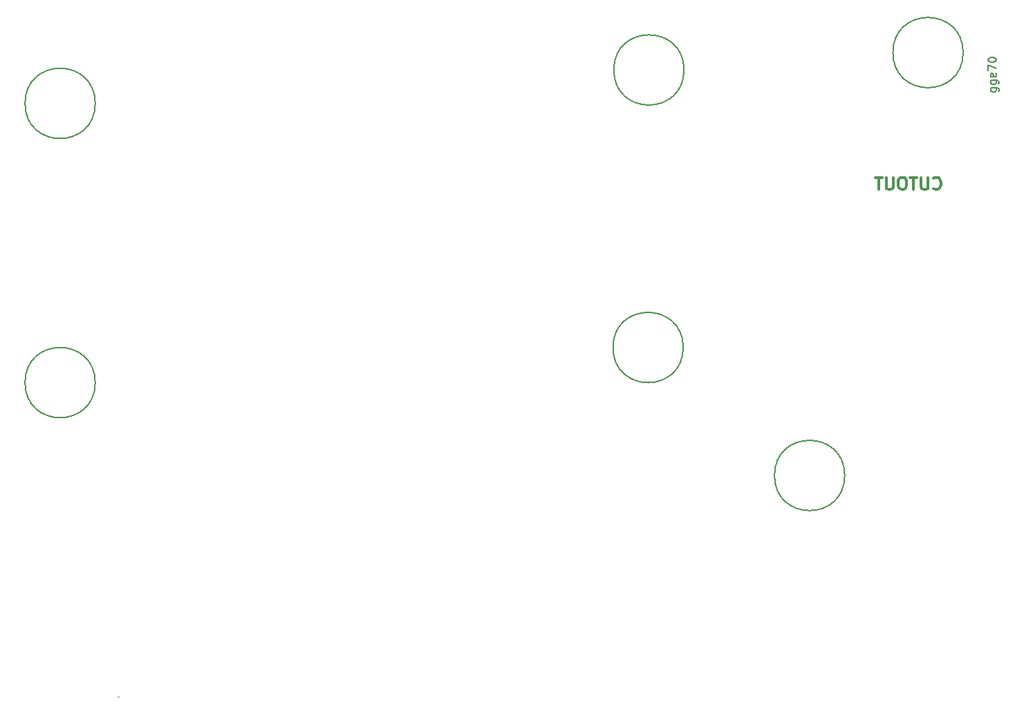
<source format=gbr>
G04 #@! TF.GenerationSoftware,KiCad,Pcbnew,(5.99.0-8557-g8988e46ab1)*
G04 #@! TF.CreationDate,2021-02-20T09:48:14-07:00*
G04 #@! TF.ProjectId,BlueSof,426c7565-536f-4662-9e6b-696361645f70,rev?*
G04 #@! TF.SameCoordinates,PX85099e0PY51bada0*
G04 #@! TF.FileFunction,Other,Comment*
%FSLAX46Y46*%
G04 Gerber Fmt 4.6, Leading zero omitted, Abs format (unit mm)*
G04 Created by KiCad (PCBNEW (5.99.0-8557-g8988e46ab1)) date 2021-02-20 09:48:14*
%MOMM*%
%LPD*%
G01*
G04 APERTURE LIST*
%ADD10C,0.100000*%
%ADD11C,0.300000*%
%ADD12C,0.150000*%
G04 APERTURE END LIST*
D10*
X-28568573Y-52477449D02*
X-28419453Y-52487449D01*
D11*
X71308714Y9764286D02*
X71380142Y9692858D01*
X71594428Y9621429D01*
X71737285Y9621429D01*
X71951571Y9692858D01*
X72094428Y9835715D01*
X72165857Y9978572D01*
X72237285Y10264286D01*
X72237285Y10478572D01*
X72165857Y10764286D01*
X72094428Y10907143D01*
X71951571Y11050000D01*
X71737285Y11121429D01*
X71594428Y11121429D01*
X71380142Y11050000D01*
X71308714Y10978572D01*
X70665857Y11121429D02*
X70665857Y9907143D01*
X70594428Y9764286D01*
X70523000Y9692858D01*
X70380142Y9621429D01*
X70094428Y9621429D01*
X69951571Y9692858D01*
X69880142Y9764286D01*
X69808714Y9907143D01*
X69808714Y11121429D01*
X69308714Y11121429D02*
X68451571Y11121429D01*
X68880142Y9621429D02*
X68880142Y11121429D01*
X67665857Y11121429D02*
X67380142Y11121429D01*
X67237285Y11050000D01*
X67094428Y10907143D01*
X67023000Y10621429D01*
X67023000Y10121429D01*
X67094428Y9835715D01*
X67237285Y9692858D01*
X67380142Y9621429D01*
X67665857Y9621429D01*
X67808714Y9692858D01*
X67951571Y9835715D01*
X68023000Y10121429D01*
X68023000Y10621429D01*
X67951571Y10907143D01*
X67808714Y11050000D01*
X67665857Y11121429D01*
X66380142Y11121429D02*
X66380142Y9907143D01*
X66308714Y9764286D01*
X66237285Y9692858D01*
X66094428Y9621429D01*
X65808714Y9621429D01*
X65665857Y9692858D01*
X65594428Y9764286D01*
X65523000Y9907143D01*
X65523000Y11121429D01*
X65023000Y11121429D02*
X64165857Y11121429D01*
X64594428Y9621429D02*
X64594428Y11121429D01*
D12*
X78333714Y22080953D02*
X79143238Y22080953D01*
X79238476Y22033334D01*
X79286095Y21985715D01*
X79333714Y21890477D01*
X79333714Y21747620D01*
X79286095Y21652381D01*
X78952761Y22080953D02*
X79000380Y21985715D01*
X79000380Y21795239D01*
X78952761Y21700000D01*
X78905142Y21652381D01*
X78809904Y21604762D01*
X78524190Y21604762D01*
X78428952Y21652381D01*
X78381333Y21700000D01*
X78333714Y21795239D01*
X78333714Y21985715D01*
X78381333Y22080953D01*
X78333714Y22985715D02*
X79143238Y22985715D01*
X79238476Y22938096D01*
X79286095Y22890477D01*
X79333714Y22795239D01*
X79333714Y22652381D01*
X79286095Y22557143D01*
X78952761Y22985715D02*
X79000380Y22890477D01*
X79000380Y22700000D01*
X78952761Y22604762D01*
X78905142Y22557143D01*
X78809904Y22509524D01*
X78524190Y22509524D01*
X78428952Y22557143D01*
X78381333Y22604762D01*
X78333714Y22700000D01*
X78333714Y22890477D01*
X78381333Y22985715D01*
X78952761Y23842858D02*
X79000380Y23747620D01*
X79000380Y23557143D01*
X78952761Y23461905D01*
X78857523Y23414286D01*
X78476571Y23414286D01*
X78381333Y23461905D01*
X78333714Y23557143D01*
X78333714Y23747620D01*
X78381333Y23842858D01*
X78476571Y23890477D01*
X78571809Y23890477D01*
X78667047Y23414286D01*
X78000380Y24223810D02*
X78000380Y24890477D01*
X79000380Y24461905D01*
X78000380Y25461905D02*
X78000380Y25557143D01*
X78048000Y25652381D01*
X78095619Y25700000D01*
X78190857Y25747620D01*
X78381333Y25795239D01*
X78619428Y25795239D01*
X78809904Y25747620D01*
X78905142Y25700000D01*
X78952761Y25652381D01*
X79000380Y25557143D01*
X79000380Y25461905D01*
X78952761Y25366667D01*
X78905142Y25319048D01*
X78809904Y25271429D01*
X78619428Y25223810D01*
X78381333Y25223810D01*
X78190857Y25271429D01*
X78095619Y25319048D01*
X78048000Y25366667D01*
X78000380Y25461905D01*
X-31327000Y20175000D02*
G75*
G03*
X-31327000Y20175000I-4300000J0D01*
G01*
X74948000Y26400000D02*
G75*
G03*
X74948000Y26400000I-4300000J0D01*
G01*
X40773000Y24275000D02*
G75*
G03*
X40773000Y24275000I-4300000J0D01*
G01*
X40673000Y-9725000D02*
G75*
G03*
X40673000Y-9725000I-4300000J0D01*
G01*
X60448000Y-25400000D02*
G75*
G03*
X60448000Y-25400000I-4300000J0D01*
G01*
X-31327000Y-14025000D02*
G75*
G03*
X-31327000Y-14025000I-4300000J0D01*
G01*
M02*

</source>
